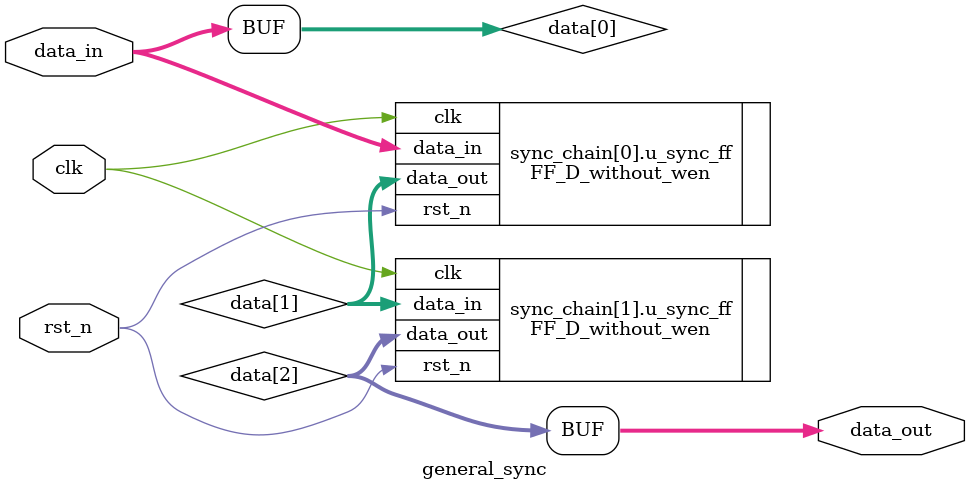
<source format=v>
module general_sync #(
    parameter DATA_LEN = 64,
    parameter CHAIN_LV = 2,
	parameter RST_DATA = 0
) (
    input                       clk,
    input                       rst_n,
    input  [DATA_LEN - 1 : 0]   data_in,
    output [DATA_LEN - 1 : 0]   data_out
);

wire [DATA_LEN - 1 : 0]   data [CHAIN_LV : 0];

genvar i;
generate for(i = 0 ; i < CHAIN_LV; i = i + 1) begin : sync_chain
	FF_D_without_wen #(
        .DATA_LEN 	( DATA_LEN  	),
        .RST_DATA 	( RST_DATA   	)
	)u_sync_ff(
        .clk      	( clk       	),
        .rst_n    	( rst_n     	),
        .data_in  	( data[i]   	),
        .data_out 	( data[i + 1]  	)
    );
end
endgenerate

assign data[0]  = data_in;
assign data_out = data[CHAIN_LV];

endmodule //general_sync

</source>
